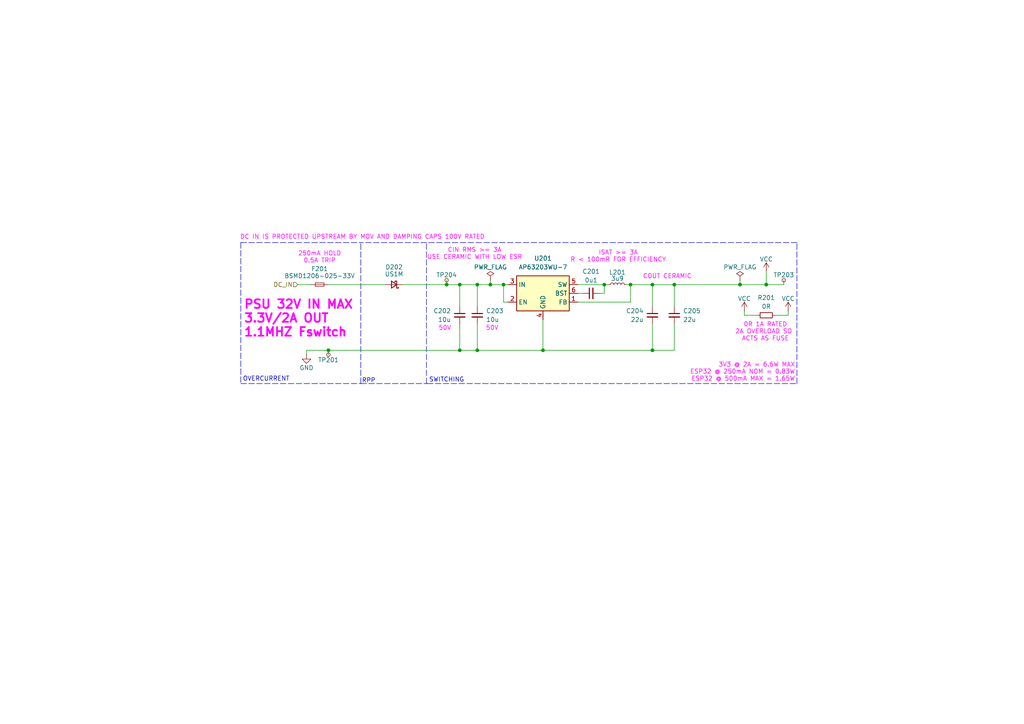
<source format=kicad_sch>
(kicad_sch (version 20231120) (generator "eeschema") (generator_version "8.0")
  (paper "A4")
  (title_block (title "CDRC - Custom DRC for Audison AC Link") (date "03-09-2024") (rev "A") (company "JS HW"))
  (lib_symbols
    (symbol "Connector:TestPoint_Small" (pin_numbers hide) (pin_names (offset 0.762) hide)
      (property "Reference" "TP" (at 0 3.81 0))
      (property "Value" "TestPoint_Small" (at 0 2.032 0))
      (symbol "TestPoint_Small_0_1"
        (circle (center 0 0) (radius 0.508))
      )
      (symbol "TestPoint_Small_1_1"
        (pin passive line (at 0 0 90) (length 0) (name "1") (number "1"))
      )
    )
    (symbol "Device:C_Small" (pin_numbers hide) (pin_names (offset 0.254) hide)
      (property "Reference" "C" (at 0.254 1.778 0))
      (property "Value" "C_Small" (at 0.254 -2.032 0))
      (symbol "C_Small_0_1"
        (polyline (pts (xy -1.524 -0.508) (xy 1.524 -0.508)) (stroke (width 0.3302)))
        (polyline (pts (xy -1.524 0.508) (xy 1.524 0.508)) (stroke (width 0.3048)))
      )
      (symbol "C_Small_1_1"
        (pin passive line (at 0 2.54 270) (length 2.032) (name "~") (number "1"))
        (pin passive line (at 0 -2.54 90) (length 2.032) (name "~") (number "2"))
      )
    )
    (symbol "Device:D_Schottky_Small" (pin_numbers hide) (pin_names (offset 0.254) hide)
      (property "Reference" "D" (at -1.27 2.032 0))
      (property "Value" "D_Schottky_Small" (at -7.112 -2.032 0))
      (symbol "D_Schottky_Small_0_1"
        (polyline (pts (xy -0.762 0) (xy 0.762 0)))
        (polyline (pts (xy 0.762 -1.016) (xy -0.762 0) (xy 0.762 1.016) (xy 0.762 -1.016)) (stroke (width 0.254)))
        (polyline (pts (xy -1.27 0.762) (xy -1.27 1.016) (xy -0.762 1.016) (xy -0.762 -1.016) (xy -0.254 -1.016) (xy -0.254 -0.762)) (stroke (width 0.254)))
      )
      (symbol "D_Schottky_Small_1_1"
        (pin passive line (at -2.54 0 0) (length 1.778) (name "K") (number "1"))
        (pin passive line (at 2.54 0 180) (length 1.778) (name "A") (number "2"))
      )
    )
    (symbol "Device:Fuse_Small" (pin_numbers hide) (pin_names (offset 0.254) hide)
      (property "Reference" "F" (at 0 -1.524 0))
      (property "Value" "Fuse_Small" (at 0 1.524 0))
      (symbol "Fuse_Small_0_1"
        (rectangle (start -1.27 0.508) (end 1.27 -0.508))
        (polyline (pts (xy -1.27 0) (xy 1.27 0)))
      )
      (symbol "Fuse_Small_1_1"
        (pin passive line (at -2.54 0 0) (length 1.27) (name "~") (number "1"))
        (pin passive line (at 2.54 0 180) (length 1.27) (name "~") (number "2"))
      )
    )
    (symbol "Device:L_Small" (pin_numbers hide) (pin_names (offset 0.254) hide)
      (property "Reference" "L" (at 0.762 1.016 0))
      (property "Value" "L_Small" (at 0.762 -1.016 0))
      (symbol "L_Small_0_1"
        (arc (start 0 -2.032) (mid 0.5058 -1.524) (end 0 -1.016))
        (arc (start 0 -1.016) (mid 0.5058 -0.508) (end 0 0))
        (arc (start 0 0) (mid 0.5058 0.508) (end 0 1.016))
        (arc (start 0 1.016) (mid 0.5058 1.524) (end 0 2.032))
      )
      (symbol "L_Small_1_1"
        (pin passive line (at 0 2.54 270) (length 0.508) (name "~") (number "1"))
        (pin passive line (at 0 -2.54 90) (length 0.508) (name "~") (number "2"))
      )
    )
    (symbol "Device:R_Small" (pin_numbers hide) (pin_names (offset 0.254) hide)
      (property "Reference" "R" (at 0.762 0.508 0))
      (property "Value" "R_Small" (at 0.762 -1.016 0))
      (symbol "R_Small_0_1"
        (rectangle (start -0.762 1.778) (end 0.762 -1.778) (stroke (width 0.2032)))
      )
      (symbol "R_Small_1_1"
        (pin passive line (at 0 2.54 270) (length 0.762) (name "~") (number "1"))
        (pin passive line (at 0 -2.54 90) (length 0.762) (name "~") (number "2"))
      )
    )
    (symbol "Regulator_Switching:AP63205WU"
      (property "Reference" "U" (at -7.62 6.35 0))
      (property "Value" "AP63205WU" (at 2.54 6.35 0))
      (symbol "AP63205WU_0_1"
        (rectangle (start -7.62 5.08) (end 7.62 -5.08) (stroke (width 0.254)) (fill (type background)))
      )
      (symbol "AP63205WU_1_1"
        (pin input line (at 10.16 -2.54 180) (length 2.54) (name "FB") (number "1"))
        (pin input line (at -10.16 -2.54 0) (length 2.54) (name "EN") (number "2"))
        (pin power_in line (at -10.16 2.54 0) (length 2.54) (name "IN") (number "3"))
        (pin power_in line (at 0 -7.62 90) (length 2.54) (name "GND") (number "4"))
        (pin output line (at 10.16 2.54 180) (length 2.54) (name "SW") (number "5"))
        (pin passive line (at 10.16 0 180) (length 2.54) (name "BST") (number "6"))
      )
    )
    (symbol "power:GND" (power) (pin_numbers hide) (pin_names (offset 0) hide)
      (property "Value" "GND" (at 0 -3.81 0))
      (symbol "GND_0_1"
        (polyline (pts (xy 0 0) (xy 0 -1.27) (xy 1.27 -1.27) (xy 0 -2.54) (xy -1.27 -1.27) (xy 0 -1.27)))
      )
      (symbol "GND_1_1"
        (pin power_in line (at 0 0 270) (length 0) (name "~") (number "1"))
      )
    )
    (symbol "power:PWR_FLAG" (power) (pin_numbers hide) (pin_names (offset 0) hide)
      (property "Value" "PWR_FLAG" (at 0 3.81 0))
      (symbol "PWR_FLAG_0_0"
        (pin power_out line (at 0 0 90) (length 0) (name "~") (number "1"))
      )
      (symbol "PWR_FLAG_0_1"
        (polyline (pts (xy 0 0) (xy 0 1.27) (xy -1.016 1.905) (xy 0 2.54) (xy 1.016 1.905) (xy 0 1.27)))
      )
    )
    (symbol "power:VCC" (power) (pin_numbers hide) (pin_names (offset 0) hide)
      (property "Value" "VCC" (at 0 3.556 0))
      (symbol "VCC_0_1"
        (polyline (pts (xy -0.762 1.27) (xy 0 2.54)))
        (polyline (pts (xy 0 0) (xy 0 2.54)))
        (polyline (pts (xy 0 2.54) (xy 0.762 1.27)))
      )
      (symbol "VCC_1_1"
        (pin power_in line (at 0 0 90) (length 0) (name "~") (number "1"))
      )
    )
  )
  (junction (at 146.05 82.55))
  (junction (at 142.24 82.55))
  (junction (at 182.88 82.55))
  (junction (at 138.43 101.6))
  (junction (at 133.35 101.6))
  (junction (at 133.35 82.55))
  (junction (at 189.23 101.6))
  (junction (at 157.48 101.6))
  (junction (at 214.63 82.55))
  (junction (at 129.54 82.55))
  (junction (at 175.26 82.55))
  (junction (at 189.23 82.55))
  (junction (at 195.58 82.55))
  (junction (at 138.43 82.55))
  (junction (at 95.25 101.6))
  (junction (at 222.25 82.55))
  (wire (pts (xy 228.6 91.44) (xy 224.79 91.44)))
  (polyline (pts (xy 69.85 70.358) (xy 104.648 70.358)) (stroke (width 0) (type dash)))
  (wire (pts (xy 146.05 82.55) (xy 147.32 82.55)))
  (wire (pts (xy 175.26 82.55) (xy 175.26 85.09)))
  (wire (pts (xy 167.64 85.09) (xy 168.91 85.09)))
  (polyline (pts (xy 69.85 111.252) (xy 104.648 111.252)) (stroke (width 0) (type dash)))
  (wire (pts (xy 88.9 101.6) (xy 95.25 101.6)))
  (wire (pts (xy 138.43 93.98) (xy 138.43 101.6)))
  (wire (pts (xy 227.33 81.28) (xy 227.33 82.55)))
  (wire (pts (xy 142.24 81.28) (xy 142.24 82.55)))
  (wire (pts (xy 195.58 88.9) (xy 195.58 82.55)))
  (wire (pts (xy 173.99 85.09) (xy 175.26 85.09)))
  (wire (pts (xy 189.23 93.98) (xy 189.23 101.6)))
  (wire (pts (xy 138.43 82.55) (xy 142.24 82.55)))
  (wire (pts (xy 86.36 82.55) (xy 90.17 82.55)))
  (wire (pts (xy 189.23 82.55) (xy 195.58 82.55)))
  (wire (pts (xy 215.9 90.17) (xy 215.9 91.44)))
  (wire (pts (xy 214.63 81.28) (xy 214.63 82.55)))
  (wire (pts (xy 222.25 78.74) (xy 222.25 82.55)))
  (polyline (pts (xy 231.14 111.252) (xy 231.14 70.358)) (stroke (width 0) (type dash)))
  (polyline (pts (xy 104.648 111.252) (xy 104.648 70.358)) (stroke (width 0) (type dash)))
  (wire (pts (xy 189.23 101.6) (xy 195.58 101.6)))
  (wire (pts (xy 228.6 90.17) (xy 228.6 91.44)))
  (wire (pts (xy 95.25 102.87) (xy 95.25 101.6)))
  (wire (pts (xy 88.9 101.6) (xy 88.9 102.87)))
  (wire (pts (xy 175.26 82.55) (xy 176.53 82.55)))
  (wire (pts (xy 195.58 101.6) (xy 195.58 93.98)))
  (polyline (pts (xy 104.648 111.252) (xy 123.952 111.252)) (stroke (width 0) (type dash)))
  (wire (pts (xy 214.63 82.55) (xy 222.25 82.55)))
  (wire (pts (xy 181.61 82.55) (xy 182.88 82.55)))
  (wire (pts (xy 116.84 82.55) (xy 129.54 82.55)))
  (wire (pts (xy 147.32 87.63) (xy 146.05 87.63)))
  (wire (pts (xy 95.25 82.55) (xy 111.76 82.55)))
  (wire (pts (xy 189.23 88.9) (xy 189.23 82.55)))
  (wire (pts (xy 133.35 82.55) (xy 138.43 82.55)))
  (polyline (pts (xy 123.952 111.252) (xy 231.14 111.252)) (stroke (width 0) (type dash)))
  (wire (pts (xy 157.48 101.6) (xy 138.43 101.6)))
  (wire (pts (xy 157.48 101.6) (xy 189.23 101.6)))
  (polyline (pts (xy 123.698 111.252) (xy 123.698 70.358)) (stroke (width 0) (type dash)))
  (wire (pts (xy 215.9 91.44) (xy 219.71 91.44)))
  (wire (pts (xy 129.54 82.55) (xy 133.35 82.55)))
  (wire (pts (xy 138.43 82.55) (xy 138.43 88.9)))
  (polyline (pts (xy 123.698 70.358) (xy 104.648 70.358)) (stroke (width 0) (type dash)))
  (polyline (pts (xy 231.14 70.358) (xy 123.698 70.358)) (stroke (width 0) (type dash)))
  (wire (pts (xy 182.88 82.55) (xy 182.88 87.63)))
  (wire (pts (xy 146.05 82.55) (xy 146.05 87.63)))
  (polyline (pts (xy 69.85 70.358) (xy 69.85 111.252)) (stroke (width 0) (type dash)))
  (wire (pts (xy 182.88 82.55) (xy 189.23 82.55)))
  (wire (pts (xy 222.25 82.55) (xy 227.33 82.55)))
  (wire (pts (xy 195.58 82.55) (xy 214.63 82.55)))
  (wire (pts (xy 157.48 92.71) (xy 157.48 101.6)))
  (wire (pts (xy 167.64 87.63) (xy 182.88 87.63)))
  (wire (pts (xy 167.64 82.55) (xy 175.26 82.55)))
  (wire (pts (xy 133.35 101.6) (xy 138.43 101.6)))
  (wire (pts (xy 95.25 101.6) (xy 133.35 101.6)))
  (wire (pts (xy 133.35 101.6) (xy 133.35 93.98)))
  (wire (pts (xy 133.35 88.9) (xy 133.35 82.55)))
  (wire (pts (xy 129.54 81.28) (xy 129.54 82.55)))
  (wire (pts (xy 142.24 82.55) (xy 146.05 82.55)))
  (text "COUT CERAMIC" (at 193.548 80.264 0) (effects (font (size 1.27 1.27))))
  (text "3V3 @ 2A = 6.6W MAX\nESP32 @ 250mA NOM = 0.83W\nESP32 @ 500mA MAX = 1.65W" (at 230.632 107.95 0) (effects (font (size 1.27 1.27)) (justify right)))
  (text "OVERCURRENT" (at 77.216 109.982 0) (effects (font (size 1.27 1.27))))
  (text "ISAT >= 3A\nR < 100mR FOR EFFICIENCY" (at 179.324 74.422 0) (effects (font (size 1.27 1.27))))
  (text "DC IN IS PROTECTED UPSTREAM BY MOV AND DAMPING CAPS 100V RATED" (at 69.596 68.834 0) (effects (font (size 1.27 1.27)) (justify left)))
  (text "RPP" (at 106.934 110.49 0) (effects (font (size 1.27 1.27))))
  (text "0R 1A RATED\n2A OVERLOAD SO \nACTS AS FUSE" (at 221.996 96.266 0) (effects (font (size 1.27 1.27))))
  (text "CIN RMS >= 3A\nUSE CERAMIC WITH LOW ESR" (at 137.668 73.66 0) (effects (font (size 1.27 1.27))))
  (text "PSU 32V IN MAX\n3.3V/2A OUT\n1.1MHZ Fswitch" (at 70.612 92.456 0) (effects (font (size 2.5 2.5) (bold yes)) (justify left)))
  (text "250mA HOLD\n0.5A TRIP" (at 92.71 74.676 0) (effects (font (size 1.27 1.27))))
  (text "SWITCHING" (at 129.54 110.236 0) (effects (font (size 1.27 1.27))))
  (hierarchical_label "DC_IN" (shape input) (at 86.36 82.55 180))
  (symbol (lib_id "Device:C_Small") (at 138.43 91.44 0) (unit 1)
    (property "Reference" "C203" (at 140.97 90.1762 0) (effects (justify left)))
    (property "Value" "10u" (at 140.97 92.7162 0) (effects (justify left)))
    (property "Footprint" "Capacitor_SMD:C_1206_3216Metric_Pad1.33x1.80mm_HandSolder" (effects (hide yes)))
    (property "Description" "Unpolarized capacitor, small symbol" (effects (hide yes)))
    (property "Voltage Rating" "50V" (at 142.748 94.996 0))
    (property "LCSC" "C89632" (effects (hide yes)))
    (property "MPN" "CL31B106KBHNNNE" (effects (hide yes)))
    (property "Manufacturer" "Samsung Electro-Mechanics" (effects (hide yes)))
  )
  (symbol (lib_id "power:VCC") (at 222.25 78.74 0) (unit 1)
    (property "Reference" "#PWR0202" (effects (hide yes)))
    (property "Value" "VCC" (at 222.25 75.184 0))
    (property "Description" "Power symbol creates a global label with name \"VCC\"" (effects (hide yes)))
  )
  (symbol (lib_id "Device:D_Schottky_Small") (at 114.3 82.55 180) (unit 1)
    (property "Reference" "D202" (at 114.3 77.47 0))
    (property "Value" "US1M" (at 114.3 79.502 0))
    (property "Footprint" "Diode_SMD:D_SMA_Handsoldering" (effects (hide yes)))
    (property "Description" "Schottky diode, small symbol" (effects (hide yes)))
    (property "LCSC" "C412437" (effects (hide yes)))
    (property "MPN" "US1M" (effects (hide yes)))
    (property "Manufacturer" "MDD(Microdiode Semiconductor)" (effects (hide yes)))
  )
  (symbol (lib_id "Connector:TestPoint_Small") (at 95.25 102.87 180) (unit 1) (in_bom no)
    (property "Reference" "TP201" (at 98.298 104.394 0) (effects (justify left)))
    (property "Value" "TestPoint_Small" (effects (hide yes)))
    (property "Footprint" "TestPoint:TestPoint_Pad_D1.5mm" (effects (hide yes)))
    (property "Description" "test point" (effects (hide yes)))
  )
  (symbol (lib_id "Device:R_Small") (at 222.25 91.44 90) (unit 1)
    (property "Reference" "R201" (at 222.25 86.36 90))
    (property "Value" "0R" (at 222.25 88.9 90))
    (property "Footprint" "Resistor_SMD:R_0603_1608Metric_Pad0.98x0.95mm_HandSolder" (effects (hide yes)))
    (property "Description" "Resistor, small symbol" (effects (hide yes)))
    (property "LCSC" "C21189" (effects (hide yes)))
    (property "MPN" "0603WAF0000T5E" (effects (hide yes)))
    (property "Manufacturer" "UNI-ROYAL(Uniroyal Elec)" (effects (hide yes)))
  )
  (symbol (lib_id "Device:C_Small") (at 189.23 91.44 0) (mirror y) (unit 1)
    (property "Reference" "C204" (at 186.69 90.1762 0) (effects (justify left)))
    (property "Value" "22u" (at 186.69 92.7162 0) (effects (justify left)))
    (property "Footprint" "Capacitor_SMD:C_0805_2012Metric_Pad1.18x1.45mm_HandSolder" (effects (hide yes)))
    (property "Description" "Unpolarized capacitor, small symbol" (effects (hide yes)))
    (property "LCSC" "C45783" (effects (hide yes)))
    (property "MPN" "CL21A226MAQNNNE" (effects (hide yes)))
    (property "Manufacturer" "Samsung Electro-Mechanics" (effects (hide yes)))
  )
  (symbol (lib_id "power:GND") (at 88.9 102.87 0) (unit 1)
    (property "Reference" "#PWR0201" (effects (hide yes)))
    (property "Value" "GND" (at 88.9 106.68 0))
    (property "Description" "Power symbol creates a global label with name \"GND\" , ground" (effects (hide yes)))
  )
  (symbol (lib_id "Regulator_Switching:AP63205WU") (at 157.48 85.09 0) (unit 1)
    (property "Reference" "U201" (at 157.48 74.93 0))
    (property "Value" "AP63203WU-7" (at 157.48 77.47 0))
    (property "Footprint" "Package_TO_SOT_SMD:TSOT-23-6" (effects (hide yes)))
    (property "Datasheet" "https://www.diodes.com/assets/Datasheets/AP63200-AP63201-AP63203-AP63205.pdf" (effects (hide yes)))
    (property "Description" "2A, 1.1MHz Buck DC/DC Converter, fixed 3.3V output voltage, TSOT-23-6" (effects (hide yes)))
    (property "LCSC" "C780769" (effects (hide yes)))
    (property "MPN" " AP63203WU-7" (effects (hide yes)))
    (property "Manufacturer" "Diodes Incorporated" (effects (hide yes)))
  )
  (symbol (lib_id "Device:C_Small") (at 171.45 85.09 90) (unit 1)
    (property "Reference" "C201" (at 171.4563 78.74 90))
    (property "Value" "0u1" (at 171.4563 81.28 90))
    (property "Footprint" "Capacitor_SMD:C_0603_1608Metric_Pad1.08x0.95mm_HandSolder" (effects (hide yes)))
    (property "Description" "Unpolarized capacitor, small symbol" (effects (hide yes)))
    (property "LCSC" "C14663" (effects (hide yes)))
    (property "MPN" "CC0603KRX7R9BB104" (effects (hide yes)))
    (property "Manufacturer" "YAGEO" (effects (hide yes)))
  )
  (symbol (lib_id "power:PWR_FLAG") (at 142.24 81.28 0) (unit 1)
    (property "Reference" "#FLG0202" (effects (hide yes)))
    (property "Value" "PWR_FLAG" (at 142.24 77.47 0))
    (property "Description" "Special symbol for telling ERC where power comes from" (effects (hide yes)))
  )
  (symbol (lib_id "Connector:TestPoint_Small") (at 129.54 81.28 0) (unit 1) (in_bom no)
    (property "Reference" "TP204" (at 126.492 79.756 0) (effects (justify left)))
    (property "Value" "TestPoint_Small" (effects (hide yes)))
    (property "Footprint" "TestPoint:TestPoint_Pad_D1.5mm" (effects (hide yes)))
    (property "Description" "test point" (effects (hide yes)))
  )
  (symbol (lib_id "power:PWR_FLAG") (at 214.63 81.28 0) (unit 1)
    (property "Reference" "#FLG0201" (effects (hide yes)))
    (property "Value" "PWR_FLAG" (at 214.63 77.47 0))
    (property "Description" "Special symbol for telling ERC where power comes from" (effects (hide yes)))
  )
  (symbol (lib_id "Connector:TestPoint_Small") (at 227.33 81.28 0) (unit 1) (in_bom no)
    (property "Reference" "TP203" (at 224.282 79.756 0) (effects (justify left)))
    (property "Value" "TestPoint_Small" (effects (hide yes)))
    (property "Footprint" "TestPoint:TestPoint_Pad_D1.5mm" (effects (hide yes)))
    (property "Description" "test point" (effects (hide yes)))
  )
  (symbol (lib_id "power:VCC") (at 215.9 90.17 0) (unit 1)
    (property "Reference" "#PWR0203" (effects (hide yes)))
    (property "Value" "VCC" (at 215.9 86.614 0))
    (property "Description" "Power symbol creates a global label with name \"VCC\"" (effects (hide yes)))
  )
  (symbol (lib_id "Device:Fuse_Small") (at 92.71 82.55 0) (unit 1)
    (property "Reference" "F201" (at 92.71 77.978 0))
    (property "Value" "BSMD1206-025-33V" (at 92.71 80.01 0))
    (property "Footprint" "Fuse:Fuse_1206_3216Metric_Pad1.42x1.75mm_HandSolder" (effects (hide yes)))
    (property "Description" "Fuse, small symbol" (effects (hide yes)))
    (property "LCSC" "C2977524" (effects (hide yes)))
    (property "MPN" "BSMD1206-025-33V" (effects (hide yes)))
    (property "Manufacturer" "BHFUSE" (effects (hide yes)))
  )
  (symbol (lib_id "Device:L_Small") (at 179.07 82.55 90) (unit 1)
    (property "Reference" "L201" (at 179.07 78.994 90))
    (property "Value" "3u9" (at 179.07 80.772 90))
    (property "Footprint" "Inductor_SMD:L_Cenker_CKCS4030" (effects (hide yes)))
    (property "Description" "Inductor, small symbol" (effects (hide yes)))
    (property "LCSC" "C96899" (effects (hide yes)))
    (property "Manufacturer" "Sunlord" (effects (hide yes)))
    (property "MPN" " SWPA4030S3R9MT" (effects (hide yes)))
  )
  (symbol (lib_id "Device:C_Small") (at 133.35 91.44 0) (mirror y) (unit 1)
    (property "Reference" "C202" (at 130.81 90.1762 0) (effects (justify left)))
    (property "Value" "10u" (at 130.81 92.7162 0) (effects (justify left)))
    (property "Footprint" "Capacitor_SMD:C_1206_3216Metric_Pad1.33x1.80mm_HandSolder" (effects (hide yes)))
    (property "Description" "Unpolarized capacitor, small symbol" (effects (hide yes)))
    (property "Voltage Rating" "50V" (at 129.032 94.996 0))
    (property "LCSC" "C89632" (effects (hide yes)))
    (property "MPN" "CL31B106KBHNNNE" (effects (hide yes)))
    (property "Manufacturer" "Samsung Electro-Mechanics" (effects (hide yes)))
  )
  (symbol (lib_id "Device:C_Small") (at 195.58 91.44 0) (unit 1)
    (property "Reference" "C205" (at 198.12 90.1762 0) (effects (justify left)))
    (property "Value" "22u" (at 198.12 92.7162 0) (effects (justify left)))
    (property "Footprint" "Capacitor_SMD:C_0805_2012Metric_Pad1.18x1.45mm_HandSolder" (effects (hide yes)))
    (property "Description" "Unpolarized capacitor, small symbol" (effects (hide yes)))
    (property "LCSC" "C45783" (effects (hide yes)))
    (property "MPN" "CL21A226MAQNNNE" (effects (hide yes)))
    (property "Manufacturer" "Samsung Electro-Mechanics" (effects (hide yes)))
  )
  (symbol (lib_id "power:VCC") (at 228.6 90.17 0) (unit 1)
    (property "Reference" "#PWR0204" (effects (hide yes)))
    (property "Value" "VCC" (at 228.6 86.614 0))
    (property "Description" "Power symbol creates a global label with name \"VCC\"" (effects (hide yes)))
  )
)
</source>
